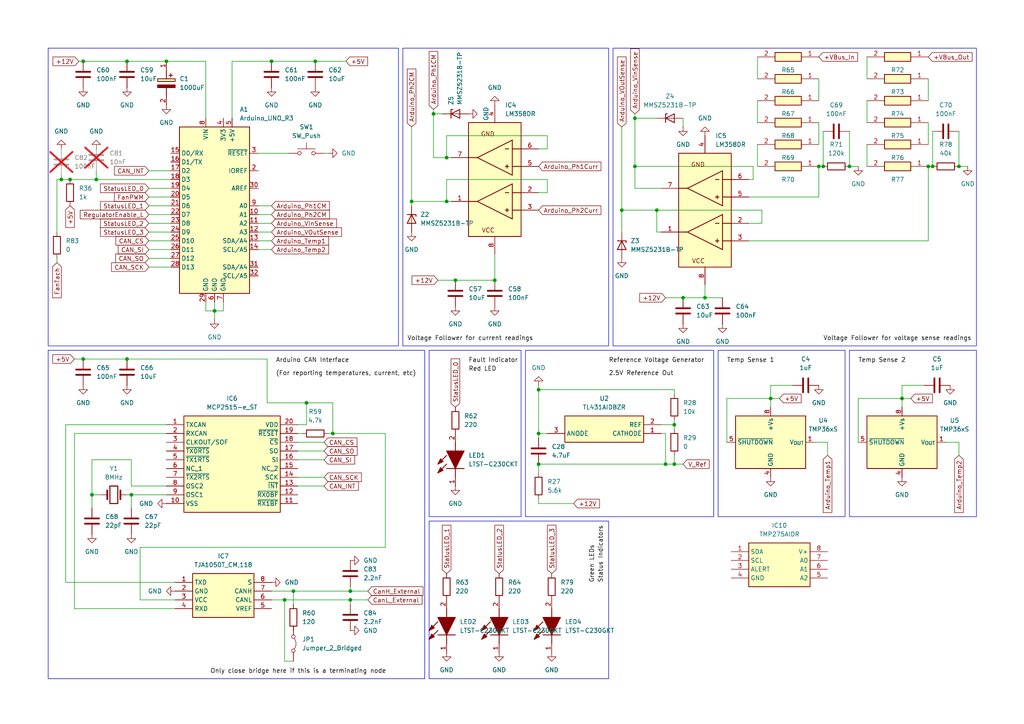
<source format=kicad_sch>
(kicad_sch (version 20250114) (generator "eeschema") (generator_version "9.0")
  (paper "A4")
  (title_block (title "5kw Modular Traction Inverter Boost Converter") (date "2025-02-02") (rev "1") (company "Rail Vehicle Traction Inverter") (comment 1 "UCSC") (comment 2 "Arduino and Signal"))
  (rectangle (start 246.38 101.6) (end 283.21 149.86))
  (rectangle (start 13.97 101.6) (end 123.19 196.85))
  (rectangle (start 13.97 13.97) (end 115.57 100.33))
  (rectangle (start 116.84 13.97) (end 176.53 100.33))
  (rectangle (start 124.46 151.13) (end 176.53 196.85))
  (rectangle (start 177.8 13.97) (end 283.21 100.33))
  (rectangle (start 152.4 101.6) (end 207.01 149.86))
  (rectangle (start 124.46 101.6) (end 151.13 149.86))
  (rectangle (start 208.28 101.6) (end 245.11 149.86))
  (junction (at 223.52 115.57))
  (junction (at 246.38 48.26))
  (junction (at 237.49 48.26))
  (junction (at 91.44 17.78))
  (junction (at 17.78 52.07))
  (junction (at 204.47 86.36))
  (junction (at 125.73 33.02))
  (junction (at 38.1 143.51))
  (junction (at 184.15 34.29))
  (junction (at 156.21 134.62))
  (junction (at 156.21 113.03))
  (junction (at 129.54 45.72))
  (junction (at 143.51 81.28))
  (junction (at 85.09 171.45))
  (junction (at 20.32 52.07))
  (junction (at 278.13 48.26))
  (junction (at 24.13 104.14))
  (junction (at 48.26 17.78))
  (junction (at 26.67 143.51))
  (junction (at 261.62 115.57))
  (junction (at 78.74 17.78))
  (junction (at 180.34 60.96))
  (junction (at 36.83 17.78))
  (junction (at 129.54 58.42))
  (junction (at 62.23 90.17))
  (junction (at 101.6 173.99))
  (junction (at 24.13 17.78))
  (junction (at 195.58 134.62))
  (junction (at 132.08 81.28))
  (junction (at 198.12 86.36))
  (junction (at 195.58 123.19))
  (junction (at 96.52 125.73))
  (junction (at 101.6 171.45))
  (junction (at 88.9 116.84))
  (junction (at 27.94 52.07))
  (junction (at 270.51 48.26))
  (junction (at 193.04 134.62))
  (junction (at 190.5 60.96))
  (junction (at 36.83 104.14))
  (junction (at 184.15 48.26))
  (junction (at 238.76 48.26))
  (junction (at 82.55 173.99))
  (junction (at 156.21 125.73))
  (junction (at 269.24 48.26))
  (junction (at 119.38 58.42))
  (wire (pts (xy 27.94 49.53) (xy 27.94 52.07)))
  (wire (pts (xy 269.24 48.26) (xy 270.51 48.26)))
  (wire (pts (xy 267.97 111.76) (xy 261.62 111.76)))
  (wire (pts (xy 26.67 143.51) (xy 26.67 147.32)))
  (wire (pts (xy 48.26 140.97) (xy 38.1 140.97)))
  (wire (pts (xy 27.94 43.18) (xy 27.94 41.91)))
  (wire (pts (xy 74.93 44.45) (xy 83.82 44.45)))
  (wire (pts (xy 86.36 140.97) (xy 93.98 140.97)))
  (wire (pts (xy 195.58 134.62) (xy 198.12 134.62)))
  (wire (pts (xy 17.78 50.8) (xy 17.78 52.07)))
  (wire (pts (xy 48.26 17.78) (xy 59.69 17.78)))
  (wire (pts (xy 219.71 35.56) (xy 219.71 29.21)))
  (wire (pts (xy 158.75 52.07) (xy 129.54 52.07)))
  (wire (pts (xy 40.64 173.99) (xy 50.8 173.99)))
  (wire (pts (xy 218.44 52.07) (xy 217.17 52.07)))
  (wire (pts (xy 101.6 170.18) (xy 101.6 171.45)))
  (wire (pts (xy 274.32 128.27) (xy 278.13 128.27)))
  (wire (pts (xy 38.1 147.32) (xy 38.1 143.51)))
  (wire (pts (xy 78.74 17.78) (xy 91.44 17.78)))
  (wire (pts (xy 24.13 17.78) (xy 36.83 17.78)))
  (wire (pts (xy 248.92 48.26) (xy 246.38 48.26)))
  (wire (pts (xy 240.03 128.27) (xy 240.03 132.08)))
  (wire (pts (xy 237.49 41.91) (xy 237.49 35.56)))
  (wire (pts (xy 129.54 58.42) (xy 130.81 58.42)))
  (wire (pts (xy 38.1 133.35) (xy 26.67 133.35)))
  (wire (pts (xy 38.1 143.51) (xy 48.26 143.51)))
  (wire (pts (xy 119.38 58.42) (xy 129.54 58.42)))
  (wire (pts (xy 237.49 29.21) (xy 237.49 22.86)))
  (wire (pts (xy 43.18 49.53) (xy 49.53 49.53)))
  (wire (pts (xy 264.16 115.57) (xy 261.62 115.57)))
  (wire (pts (xy 78.74 173.99) (xy 82.55 173.99)))
  (wire (pts (xy 43.18 64.77) (xy 49.53 64.77)))
  (wire (pts (xy 125.73 45.72) (xy 129.54 45.72)))
  (wire (pts (xy 64.77 87.63) (xy 64.77 90.17)))
  (wire (pts (xy 219.71 22.86) (xy 219.71 16.51)))
  (wire (pts (xy 74.93 64.77) (xy 78.74 64.77)))
  (wire (pts (xy 278.13 128.27) (xy 278.13 132.08)))
  (wire (pts (xy 40.64 158.75) (xy 40.64 173.99)))
  (wire (pts (xy 125.73 33.02) (xy 125.73 45.72)))
  (wire (pts (xy 143.51 81.28) (xy 143.51 73.66)))
  (wire (pts (xy 184.15 54.61) (xy 191.77 54.61)))
  (wire (pts (xy 43.18 69.85) (xy 49.53 69.85)))
  (wire (pts (xy 238.76 38.1) (xy 238.76 48.26)))
  (wire (pts (xy 74.93 69.85) (xy 78.74 69.85)))
  (wire (pts (xy 156.21 113.03) (xy 195.58 113.03)))
  (wire (pts (xy 220.98 60.96) (xy 190.5 60.96)))
  (wire (pts (xy 43.18 74.93) (xy 49.53 74.93)))
  (wire (pts (xy 119.38 36.83) (xy 119.38 58.42)))
  (wire (pts (xy 88.9 123.19) (xy 88.9 116.84)))
  (wire (pts (xy 16.51 76.2) (xy 16.51 74.93)))
  (wire (pts (xy 184.15 48.26) (xy 218.44 48.26)))
  (wire (pts (xy 85.09 171.45) (xy 101.6 171.45)))
  (wire (pts (xy 74.93 67.31) (xy 78.74 67.31)))
  (wire (pts (xy 43.18 54.61) (xy 49.53 54.61)))
  (wire (pts (xy 270.51 38.1) (xy 270.51 48.26)))
  (wire (pts (xy 198.12 86.36) (xy 204.47 86.36)))
  (wire (pts (xy 269.24 69.85) (xy 217.17 69.85)))
  (wire (pts (xy 19.05 168.91) (xy 19.05 123.19)))
  (wire (pts (xy 24.13 104.14) (xy 36.83 104.14)))
  (wire (pts (xy 193.04 125.73) (xy 193.04 134.62)))
  (wire (pts (xy 210.82 128.27) (xy 210.82 115.57)))
  (wire (pts (xy 78.74 171.45) (xy 85.09 171.45)))
  (wire (pts (xy 251.46 35.56) (xy 251.46 29.21)))
  (wire (pts (xy 26.67 133.35) (xy 26.67 143.51)))
  (wire (pts (xy 191.77 125.73) (xy 193.04 125.73)))
  (wire (pts (xy 43.18 77.47) (xy 49.53 77.47)))
  (wire (pts (xy 129.54 39.37) (xy 129.54 45.72)))
  (wire (pts (xy 125.73 33.02) (xy 128.27 33.02)))
  (wire (pts (xy 184.15 48.26) (xy 184.15 54.61)))
  (wire (pts (xy 111.76 158.75) (xy 40.64 158.75)))
  (wire (pts (xy 27.94 52.07) (xy 49.53 52.07)))
  (wire (pts (xy 101.6 173.99) (xy 101.6 175.26)))
  (wire (pts (xy 158.75 43.18) (xy 158.75 39.37)))
  (wire (pts (xy 77.47 116.84) (xy 77.47 104.14)))
  (wire (pts (xy 59.69 17.78) (xy 59.69 34.29)))
  (wire (pts (xy 210.82 115.57) (xy 223.52 115.57)))
  (wire (pts (xy 278.13 38.1) (xy 278.13 48.26)))
  (wire (pts (xy 101.6 171.45) (xy 106.68 171.45)))
  (wire (pts (xy 261.62 111.76) (xy 261.62 115.57)))
  (wire (pts (xy 74.93 62.23) (xy 78.74 62.23)))
  (wire (pts (xy 156.21 113.03) (xy 156.21 125.73)))
  (wire (pts (xy 16.51 52.07) (xy 17.78 52.07)))
  (wire (pts (xy 59.69 90.17) (xy 62.23 90.17)))
  (wire (pts (xy 77.47 116.84) (xy 88.9 116.84)))
  (wire (pts (xy 82.55 173.99) (xy 82.55 191.77)))
  (wire (pts (xy 246.38 38.1) (xy 246.38 48.26)))
  (wire (pts (xy 86.36 123.19) (xy 88.9 123.19)))
  (wire (pts (xy 180.34 67.31) (xy 180.34 60.96)))
  (wire (pts (xy 62.23 90.17) (xy 62.23 92.71)))
  (wire (pts (xy 184.15 34.29) (xy 184.15 48.26)))
  (wire (pts (xy 86.36 128.27) (xy 93.98 128.27)))
  (wire (pts (xy 190.5 60.96) (xy 190.5 67.31)))
  (wire (pts (xy 156.21 55.88) (xy 158.75 55.88)))
  (wire (pts (xy 184.15 34.29) (xy 190.5 34.29)))
  (wire (pts (xy 261.62 115.57) (xy 261.62 118.11)))
  (wire (pts (xy 193.04 86.36) (xy 198.12 86.36)))
  (wire (pts (xy 195.58 123.19) (xy 195.58 124.46)))
  (wire (pts (xy 59.69 87.63) (xy 59.69 90.17)))
  (wire (pts (xy 95.25 44.45) (xy 93.98 44.45)))
  (wire (pts (xy 85.09 191.77) (xy 82.55 191.77)))
  (wire (pts (xy 195.58 114.3) (xy 195.58 113.03)))
  (wire (pts (xy 82.55 173.99) (xy 101.6 173.99)))
  (wire (pts (xy 43.18 72.39) (xy 49.53 72.39)))
  (wire (pts (xy 43.18 67.31) (xy 49.53 67.31)))
  (wire (pts (xy 64.77 90.17) (xy 62.23 90.17)))
  (wire (pts (xy 156.21 43.18) (xy 158.75 43.18)))
  (wire (pts (xy 95.25 125.73) (xy 96.52 125.73)))
  (wire (pts (xy 220.98 64.77) (xy 220.98 60.96)))
  (wire (pts (xy 119.38 59.69) (xy 119.38 58.42)))
  (wire (pts (xy 85.09 171.45) (xy 85.09 175.26)))
  (wire (pts (xy 43.18 57.15) (xy 49.53 57.15)))
  (wire (pts (xy 19.05 123.19) (xy 48.26 123.19)))
  (wire (pts (xy 21.59 125.73) (xy 48.26 125.73)))
  (wire (pts (xy 125.73 31.75) (xy 125.73 33.02)))
  (wire (pts (xy 67.31 34.29) (xy 67.31 17.78)))
  (wire (pts (xy 156.21 125.73) (xy 156.21 127)))
  (wire (pts (xy 204.47 82.55) (xy 204.47 86.36)))
  (wire (pts (xy 269.24 29.21) (xy 269.24 22.86)))
  (wire (pts (xy 156.21 134.62) (xy 156.21 137.16)))
  (wire (pts (xy 111.76 125.73) (xy 111.76 158.75)))
  (wire (pts (xy 96.52 125.73) (xy 96.52 116.84)))
  (wire (pts (xy 217.17 57.15) (xy 237.49 57.15)))
  (wire (pts (xy 20.32 52.07) (xy 27.94 52.07)))
  (wire (pts (xy 251.46 48.26) (xy 251.46 41.91)))
  (wire (pts (xy 195.58 121.92) (xy 195.58 123.19)))
  (wire (pts (xy 67.31 17.78) (xy 78.74 17.78)))
  (wire (pts (xy 269.24 41.91) (xy 269.24 35.56)))
  (wire (pts (xy 21.59 176.53) (xy 50.8 176.53)))
  (wire (pts (xy 86.36 138.43) (xy 93.98 138.43)))
  (wire (pts (xy 101.6 173.99) (xy 106.68 173.99)))
  (wire (pts (xy 217.17 64.77) (xy 220.98 64.77)))
  (wire (pts (xy 184.15 33.02) (xy 184.15 34.29)))
  (wire (pts (xy 219.71 48.26) (xy 219.71 41.91)))
  (wire (pts (xy 223.52 111.76) (xy 223.52 115.57)))
  (wire (pts (xy 22.86 17.78) (xy 24.13 17.78)))
  (wire (pts (xy 191.77 123.19) (xy 195.58 123.19)))
  (wire (pts (xy 180.34 60.96) (xy 190.5 60.96)))
  (wire (pts (xy 209.55 86.36) (xy 204.47 86.36)))
  (wire (pts (xy 127 81.28) (xy 132.08 81.28)))
  (wire (pts (xy 91.44 17.78) (xy 100.33 17.78)))
  (wire (pts (xy 111.76 125.73) (xy 96.52 125.73)))
  (wire (pts (xy 16.51 67.31) (xy 16.51 52.07)))
  (wire (pts (xy 269.24 48.26) (xy 269.24 69.85)))
  (wire (pts (xy 21.59 125.73) (xy 21.59 176.53)))
  (wire (pts (xy 17.78 52.07) (xy 20.32 52.07)))
  (wire (pts (xy 74.93 59.69) (xy 78.74 59.69)))
  (wire (pts (xy 158.75 55.88) (xy 158.75 52.07)))
  (wire (pts (xy 229.87 111.76) (xy 223.52 111.76)))
  (wire (pts (xy 38.1 140.97) (xy 38.1 133.35)))
  (wire (pts (xy 158.75 39.37) (xy 129.54 39.37)))
  (wire (pts (xy 195.58 132.08) (xy 195.58 134.62)))
  (wire (pts (xy 198.12 34.29) (xy 198.12 36.83)))
  (wire (pts (xy 96.52 116.84) (xy 88.9 116.84)))
  (wire (pts (xy 26.67 143.51) (xy 29.21 143.51)))
  (wire (pts (xy 43.18 62.23) (xy 49.53 62.23)))
  (wire (pts (xy 86.36 125.73) (xy 87.63 125.73)))
  (wire (pts (xy 77.47 104.14) (xy 36.83 104.14)))
  (wire (pts (xy 74.93 72.39) (xy 78.74 72.39)))
  (wire (pts (xy 156.21 146.05) (xy 166.37 146.05)))
  (wire (pts (xy 248.92 128.27) (xy 248.92 115.57)))
  (wire (pts (xy 223.52 115.57) (xy 223.52 118.11)))
  (wire (pts (xy 251.46 22.86) (xy 251.46 16.51)))
  (wire (pts (xy 129.54 45.72) (xy 130.81 45.72)))
  (wire (pts (xy 36.83 143.51) (xy 38.1 143.51)))
  (wire (pts (xy 248.92 115.57) (xy 261.62 115.57)))
  (wire (pts (xy 156.21 144.78) (xy 156.21 146.05)))
  (wire (pts (xy 237.49 48.26) (xy 237.49 57.15)))
  (wire (pts (xy 86.36 130.81) (xy 93.98 130.81)))
  (wire (pts (xy 190.5 67.31) (xy 191.77 67.31)))
  (wire (pts (xy 62.23 87.63) (xy 62.23 90.17)))
  (wire (pts (xy 36.83 17.78) (xy 48.26 17.78)))
  (wire (pts (xy 156.21 111.76) (xy 156.21 113.03)))
  (wire (pts (xy 132.08 81.28) (xy 143.51 81.28)))
  (wire (pts (xy 218.44 52.07) (xy 218.44 48.26)))
  (wire (pts (xy 280.67 48.26) (xy 278.13 48.26)))
  (wire (pts (xy 50.8 168.91) (xy 19.05 168.91)))
  (wire (pts (xy 86.36 133.35) (xy 93.98 133.35)))
  (wire (pts (xy 43.18 59.69) (xy 49.53 59.69)))
  (wire (pts (xy 237.49 48.26) (xy 238.76 48.26)))
  (wire (pts (xy 226.06 115.57) (xy 223.52 115.57)))
  (wire (pts (xy 129.54 52.07) (xy 129.54 58.42)))
  (wire (pts (xy 193.04 134.62) (xy 195.58 134.62)))
  (wire (pts (xy 156.21 125.73) (xy 158.75 125.73)))
  (wire (pts (xy 180.34 36.83) (xy 180.34 60.96)))
  (wire (pts (xy 236.22 128.27) (xy 240.03 128.27)))
  (wire (pts (xy 21.59 104.14) (xy 24.13 104.14)))
  (wire (pts (xy 85.09 182.88) (xy 85.09 181.61)))
  (wire (pts (xy 156.21 134.62) (xy 193.04 134.62)))
  (label "Temp Sense 2" (at 248.92 105.41 0))
  (label "(For reporting temperatures, current, etc)" (at 80.01 109.22 0))
  (label "Fault Indicator" (at 135.89 105.41 0))
  (label "Reference Voltage Generator" (at 176.53 105.41 0))
  (label "Only close bridge here if this is a terminating node" (at 60.96 195.58 0))
  (label "Voltage Follower for current readings" (at 118.11 99.06 0))
  (label "Status Indicators" (at 175.26 168.91 90))
  (label "Temp Sense 1" (at 210.82 105.41 0))
  (label "Red LED" (at 135.89 107.95 0))
  (label "Green LEDs" (at 172.72 168.91 90))
  (label "2.5V Reference Out" (at 176.53 109.22 0))
  (label "Arduino CAN Interface" (at 80.01 105.41 0))
  (label "Voltage Follower for voltage sense readings" (at 238.76 99.06 0))
  (global_label "Arduino_Ph2CM" (shape input) (at 78.74 62.23 0) (property "Intersheetrefs" "${INTERSHEET_REFS}" (effects (hide yes))))
  (global_label "StatusLED_1" (shape input) (at 129.54 166.37 90) (property "Intersheetrefs" "${INTERSHEET_REFS}" (effects (hide yes))))
  (global_label "CAN_INT" (shape input) (at 43.18 49.53 180) (property "Intersheetrefs" "${INTERSHEET_REFS}" (effects (hide yes))))
  (global_label "StatusLED_2" (shape input) (at 144.78 166.37 90) (property "Intersheetrefs" "${INTERSHEET_REFS}" (effects (hide yes))))
  (global_label "FanTach" (shape input) (at 16.51 76.2 270) (property "Intersheetrefs" "${INTERSHEET_REFS}" (effects (hide yes))))
  (global_label "Arduino_VOutSense" (shape input) (at 180.34 36.83 90) (property "Intersheetrefs" "${INTERSHEET_REFS}" (effects (hide yes))))
  (global_label "CAN_SCK" (shape input) (at 43.18 77.47 180) (property "Intersheetrefs" "${INTERSHEET_REFS}" (effects (hide yes))))
  (global_label "Arduino_Ph1CM" (shape input) (at 78.74 59.69 0) (property "Intersheetrefs" "${INTERSHEET_REFS}" (effects (hide yes))))
  (global_label "StatusLED_0" (shape input) (at 43.18 54.61 180) (property "Intersheetrefs" "${INTERSHEET_REFS}" (effects (hide yes))))
  (global_label "+5V" (shape input) (at 100.33 17.78 0) (property "Intersheetrefs" "${INTERSHEET_REFS}" (effects (hide yes))))
  (global_label "V_Ref" (shape input) (at 198.12 134.62 0) (property "Intersheetrefs" "${INTERSHEET_REFS}" (effects (hide yes))))
  (global_label "StatusLED_0" (shape input) (at 132.08 118.11 90) (property "Intersheetrefs" "${INTERSHEET_REFS}" (effects (hide yes))))
  (global_label "CanH_External" (shape input) (at 106.68 171.45 0) (property "Intersheetrefs" "${INTERSHEET_REFS}" (effects (hide yes))))
  (global_label "Arduino_Ph2Curr" (shape input) (at 156.21 60.96 0) (property "Intersheetrefs" "${INTERSHEET_REFS}" (effects (hide yes))))
  (global_label "+12V" (shape input) (at 22.86 17.78 180) (property "Intersheetrefs" "${INTERSHEET_REFS}" (effects (hide yes))))
  (global_label "Arduino_Temp1" (shape input) (at 240.03 132.08 270) (property "Intersheetrefs" "${INTERSHEET_REFS}" (effects (hide yes))))
  (global_label "+VBus_In" (shape input) (at 237.49 16.51 0) (property "Intersheetrefs" "${INTERSHEET_REFS}" (effects (hide yes))))
  (global_label "Arduino_VinSense" (shape input) (at 78.74 64.77 0) (property "Intersheetrefs" "${INTERSHEET_REFS}" (effects (hide yes))))
  (global_label "CAN_SO" (shape input) (at 93.98 130.81 0) (property "Intersheetrefs" "${INTERSHEET_REFS}" (effects (hide yes))))
  (global_label "CAN_SO" (shape input) (at 43.18 74.93 180) (property "Intersheetrefs" "${INTERSHEET_REFS}" (effects (hide yes))))
  (global_label "Arduino_Temp1" (shape input) (at 78.74 69.85 0) (property "Intersheetrefs" "${INTERSHEET_REFS}" (effects (hide yes))))
  (global_label "StatusLED_3" (shape input) (at 43.18 67.31 180) (property "Intersheetrefs" "${INTERSHEET_REFS}" (effects (hide yes))))
  (global_label "Arduino_VinSense" (shape input) (at 184.15 33.02 90) (property "Intersheetrefs" "${INTERSHEET_REFS}" (effects (hide yes))))
  (global_label "+5V" (shape input) (at 20.32 59.69 270) (property "Intersheetrefs" "${INTERSHEET_REFS}" (effects (hide yes))))
  (global_label "Arduino_Ph1Curr" (shape input) (at 156.21 48.26 0) (property "Intersheetrefs" "${INTERSHEET_REFS}" (effects (hide yes))))
  (global_label "CAN_SCK" (shape input) (at 93.98 138.43 0) (property "Intersheetrefs" "${INTERSHEET_REFS}" (effects (hide yes))))
  (global_label "StatusLED_2" (shape input) (at 43.18 64.77 180) (property "Intersheetrefs" "${INTERSHEET_REFS}" (effects (hide yes))))
  (global_label "Arduino_VOutSense" (shape input) (at 78.74 67.31 0) (property "Intersheetrefs" "${INTERSHEET_REFS}" (effects (hide yes))))
  (global_label "+12V" (shape input) (at 127 81.28 180) (property "Intersheetrefs" "${INTERSHEET_REFS}" (effects (hide yes))))
  (global_label "StatusLED_1" (shape input) (at 43.18 59.69 180) (property "Intersheetrefs" "${INTERSHEET_REFS}" (effects (hide yes))))
  (global_label "+12V" (shape input) (at 193.04 86.36 180) (property "Intersheetrefs" "${INTERSHEET_REFS}" (effects (hide yes))))
  (global_label "+12V" (shape input) (at 166.37 146.05 0) (property "Intersheetrefs" "${INTERSHEET_REFS}" (effects (hide yes))))
  (global_label "CAN_CS" (shape input) (at 93.98 128.27 0) (property "Intersheetrefs" "${INTERSHEET_REFS}" (effects (hide yes))))
  (global_label "FanPWM" (shape input) (at 43.18 57.15 180) (property "Intersheetrefs" "${INTERSHEET_REFS}" (effects (hide yes))))
  (global_label "Arduino_Ph1CM" (shape input) (at 125.73 31.75 90) (property "Intersheetrefs" "${INTERSHEET_REFS}" (effects (hide yes))))
  (global_label "CanL_External" (shape input) (at 106.68 173.99 0) (property "Intersheetrefs" "${INTERSHEET_REFS}" (effects (hide yes))))
  (global_label "RegulatorEnable_L" (shape input) (at 43.18 62.23 180) (property "Intersheetrefs" "${INTERSHEET_REFS}" (effects (hide yes))))
  (global_label "CAN_INT" (shape input) (at 93.98 140.97 0) (property "Intersheetrefs" "${INTERSHEET_REFS}" (effects (hide yes))))
  (global_label "+VBus_Out" (shape input) (at 269.24 16.51 0) (property "Intersheetrefs" "${INTERSHEET_REFS}" (effects (hide yes))))
  (global_label "+5V" (shape input) (at 21.59 104.14 180) (property "Intersheetrefs" "${INTERSHEET_REFS}" (effects (hide yes))))
  (global_label "Arduino_Temp2" (shape input) (at 78.74 72.39 0) (property "Intersheetrefs" "${INTERSHEET_REFS}" (effects (hide yes))))
  (global_label "StatusLED_3" (shape input) (at 160.02 166.37 90) (property "Intersheetrefs" "${INTERSHEET_REFS}" (effects (hide yes))))
  (global_label "+5V" (shape input) (at 264.16 115.57 0) (property "Intersheetrefs" "${INTERSHEET_REFS}" (effects (hide yes))))
  (global_label "CAN_CS" (shape input) (at 43.18 69.85 180) (property "Intersheetrefs" "${INTERSHEET_REFS}" (effects (hide yes))))
  (global_label "CAN_SI" (shape input) (at 93.98 133.35 0) (property "Intersheetrefs" "${INTERSHEET_REFS}" (effects (hide yes))))
  (global_label "Arduino_Temp2" (shape input) (at 278.13 132.08 270) (property "Intersheetrefs" "${INTERSHEET_REFS}" (effects (hide yes))))
  (global_label "CAN_SI" (shape input) (at 43.18 72.39 180) (property "Intersheetrefs" "${INTERSHEET_REFS}" (effects (hide yes))))
  (global_label "Arduino_Ph2CM" (shape input) (at 119.38 36.83 90) (property "Intersheetrefs" "${INTERSHEET_REFS}" (effects (hide yes))))
  (global_label "+5V" (shape input) (at 226.06 115.57 0) (property "Intersheetrefs" "${INTERSHEET_REFS}" (effects (hide yes))))
  (symbol (lib_id "power:GND") (at 38.1 154.94 0) (unit 1)
    (property "Reference" "#PWR083" (effects (hide yes)))
    (property "Value" "GND" (at 38.1 160.02 0))
    (property "Description" "Power symbol creates a global label with name \"GND\" , ground" (effects (hide yes)))
  )
  (symbol (lib_id "Jumper:Jumper_2_Bridged") (at 85.09 186.69 270) (unit 1) (exclude_from_sim yes)
    (property "Reference" "JP1" (at 87.63 185.4199 90) (effects (justify left)))
    (property "Value" "Jumper_2_Bridged" (at 87.63 187.9599 90) (effects (justify left)))
    (property "Footprint" "Jumper:SolderJumper-3_P2.0mm_Open_TrianglePad1.0x1.5mm_NumberLabels" (effects (hide yes)))
    (property "Description" "Jumper, 2-pole, closed/bridged" (effects (hide yes)))
  )
  (symbol (lib_id "power:GND") (at 143.51 88.9 0) (unit 1)
    (property "Reference" "#PWR062" (effects (hide yes)))
    (property "Value" "GND" (at 143.51 93.98 0))
    (property "Description" "Power symbol creates a global label with name \"GND\" , ground" (effects (hide yes)))
  )
  (symbol (lib_id "Device:R") (at 195.58 128.27 0) (unit 1)
    (property "Reference" "R29" (at 198.12 126.9999 0) (effects (justify left)))
    (property "Value" "0" (at 198.12 129.5399 0) (effects (justify left)))
    (property "Footprint" "Resistor_SMD:R_1210_3225Metric_Pad1.30x2.65mm_HandSolder" (effects (hide yes)))
    (property "Description" "Resistor" (effects (hide yes)))
  )
  (symbol (lib_id "Device:Crystal") (at 33.02 143.51 0) (unit 1)
    (property "Reference" "Y1" (at 33.02 135.89 0))
    (property "Value" "8MHz" (at 33.02 138.43 0))
    (property "Footprint" "Crystal:Crystal_SMD_7050-2Pin_7.0x5.0mm_HandSoldering" (effects (hide yes)))
    (property "Description" "Two pin crystal" (effects (hide yes)))
  )
  (symbol (lib_id "power:GND") (at 62.23 92.71 0) (unit 1)
    (property "Reference" "#PWR06" (effects (hide yes)))
    (property "Value" "GND" (at 62.23 97.79 0))
    (property "Description" "Power symbol creates a global label with name \"GND\" , ground" (effects (hide yes)))
  )
  (symbol (lib_id "Device:R") (at 85.09 179.07 180) (unit 1)
    (property "Reference" "R60" (at 87.63 177.7999 0) (effects (justify right)))
    (property "Value" "120" (at 87.63 180.3399 0) (effects (justify right)))
    (property "Footprint" "Resistor_SMD:R_1210_3225Metric_Pad1.30x2.65mm_HandSolder" (effects (hide yes)))
    (property "Description" "Resistor" (effects (hide yes)))
  )
  (symbol (lib_id "power:GND") (at 275.59 111.76 0) (unit 1)
    (property "Reference" "#PWR014" (effects (hide yes)))
    (property "Value" "GND" (at 275.59 116.84 0))
    (property "Description" "Power symbol creates a global label with name \"GND\" , ground" (effects (hide yes)))
  )
  (symbol (lib_id "Device:D_Zener") (at 132.08 33.02 0) (unit 1)
    (property "Reference" "Z5" (at 130.8099 30.48 90) (effects (justify left)))
    (property "Value" "MMSZ5231B-TP" (at 133.3499 30.48 90) (effects (justify left)))
    (property "Footprint" "InverterCom:SOD3716X135N" (effects (hide yes)))
    (property "Description" "Zener diode" (effects (hide yes)))
    (property "Height" "1.35" (effects (hide yes)))
    (property "Mouser Part Number" "833-MMSZ5231B-TP" (effects (hide yes)))
    (property "Mouser Price/Stock" "https://www.mouser.co.uk/ProductDetail/Micro-Commercial-Components-MCC/MMSZ5231B-TP?qs=ZNK0BnemlqEexvzDQxpNYA%3D%3D" (effects (hide yes)))
    (property "Manufacturer_Name" "MCC" (effects (hide yes)))
    (property "Manufacturer_Part_Number" "MMSZ5231B-TP" (effects (hide yes)))
  )
  (symbol (lib_id "power:GND") (at 261.62 138.43 0) (unit 1)
    (property "Reference" "#PWR074" (effects (hide yes)))
    (property "Value" "GND" (at 261.62 143.51 0))
    (property "Description" "Power symbol creates a global label with name \"GND\" , ground" (effects (hide yes)))
  )
  (symbol (lib_id "Device:C") (at 156.21 130.81 0) (unit 1)
    (property "Reference" "C28" (at 160.02 129.5399 0) (effects (justify left)))
    (property "Value" "4.7uF" (at 160.02 132.0799 0) (effects (justify left)))
    (property "Footprint" "Capacitor_SMD:C_1210_3225Metric_Pad1.33x2.70mm_HandSolder" (effects (hide yes)))
    (property "Description" "Unpolarized capacitor" (effects (hide yes)))
  )
  (symbol (lib_id "MCU_Module:Arduino_UNO_R3") (at 62.23 59.69 0) (unit 1)
    (property "Reference" "A1" (at 69.5041 31.75 0) (effects (justify left)))
    (property "Value" "Arduino_UNO_R3" (at 69.5041 34.29 0) (effects (justify left)))
    (property "Footprint" "InverterCom:Arduino_UNO_R3_ModifiedCourtyard" (effects (hide yes)))
    (property "Datasheet" "https://www.arduino.cc/en/Main/arduinoBoardUno" (effects (hide yes)))
    (property "Description" "Arduino UNO Microcontroller Module, release 3" (effects (hide yes)))
  )
  (symbol (lib_id "power:GND") (at 36.83 111.76 0) (unit 1)
    (property "Reference" "#PWR081" (effects (hide yes)))
    (property "Value" "GND" (at 36.83 116.84 0))
    (property "Description" "Power symbol creates a global label with name \"GND\" , ground" (effects (hide yes)))
  )
  (symbol (lib_id "Sensor_Temperature:TMP36xS") (at 261.62 128.27 0) (unit 1)
    (property "Reference" "U5" (at 276.86 121.9514 0))
    (property "Value" "TMP36xS" (at 276.86 124.4914 0))
    (property "Footprint" "Package_SO:SOIC-8_3.9x4.9mm_P1.27mm" (effects (hide yes)))
    (property "Datasheet" "https://www.analog.com/media/en/technical-documentation/data-sheets/TMP35_36_37.pdf" (effects (hide yes)))
    (property "Description" "Low Voltage Temperature Sensor, SOIC-8" (effects (hide yes)))
  )
  (symbol (lib_id "Device:C") (at 78.74 21.59 0) (unit 1)
    (property "Reference" "C61" (at 82.55 20.3199 0) (effects (justify left)))
    (property "Value" "100nF" (at 82.55 22.86 0) (effects (justify left)))
    (property "Footprint" "Capacitor_SMD:C_1210_3225Metric_Pad1.33x2.70mm_HandSolder" (effects (hide yes)))
    (property "Description" "Unpolarized capacitor" (effects (hide yes)))
  )
  (symbol (lib_id "power:GND") (at 119.38 67.31 0) (unit 1)
    (property "Reference" "#PWR089" (effects (hide yes)))
    (property "Value" "GND" (at 119.38 72.39 0))
    (property "Description" "Power symbol creates a global label with name \"GND\" , ground" (effects (hide yes)))
  )
  (symbol (lib_id "Device:C") (at 24.13 107.95 0) (unit 1)
    (property "Reference" "C65" (at 27.94 106.6799 0) (effects (justify left)))
    (property "Value" "100nF" (at 27.94 109.22 0) (effects (justify left)))
    (property "Footprint" "Capacitor_SMD:C_1210_3225Metric_Pad1.33x2.70mm_HandSolder" (effects (hide yes)))
    (property "Description" "Unpolarized capacitor" (effects (hide yes)))
  )
  (symbol (lib_id "Device:C") (at 132.08 85.09 0) (unit 1)
    (property "Reference" "C57" (at 135.89 83.8199 0) (effects (justify left)))
    (property "Value" "10uF" (at 135.89 86.3599 0) (effects (justify left)))
    (property "Footprint" "Capacitor_SMD:C_1210_3225Metric_Pad1.33x2.70mm_HandSolder" (effects (hide yes)))
    (property "Description" "Unpolarized capacitor" (effects (hide yes)))
  )
  (symbol (lib_id "power:GND") (at 135.89 33.02 90) (unit 1)
    (property "Reference" "#PWR090" (effects (hide yes)))
    (property "Value" "GND" (at 140.97 33.02 0))
    (property "Description" "Power symbol creates a global label with name \"GND\" , ground" (effects (hide yes)))
  )
  (symbol (lib_id "InverterCom:RC2512JK-071ML") (at 237.49 29.21 180) (unit 1)
    (property "Reference" "R67" (at 228.6 33.02 0))
    (property "Value" "RC2512JK-071ML" (effects (hide yes)))
    (property "Footprint" "InverterCom:RESC6431X65N" (effects (hide yes)))
    (property "Datasheet" "https://www.yageo.com/upload/media/product/products/datasheet/rchip/PYu-RC_Group_51_RoHS_L_12.pdf" (effects (hide yes)))
    (property "Description" "1 MOhms +/-5% 1W Chip Resistor 2512 (6432 Metric) Moisture Resistant Thick Film" (effects (hide yes)))
    (property "Height" "0.65" (effects (hide yes)))
    (property "Mouser Part Number" "603-RC2512JK-071ML" (effects (hide yes)))
    (property "Mouser Price/Stock" "https://www.mouser.co.uk/ProductDetail/YAGEO/RC2512JK-071ML?qs=Fz%2FrpjPuTcGzVNzRy4mnPw%3D%3D" (effects (hide yes)))
    (property "Manufacturer_Name" "YAGEO" (effects (hide yes)))
    (property "Manufacturer_Part_Number" "RC2512JK-071ML" (effects (hide yes)))
  )
  (symbol (lib_id "Device:R") (at 274.32 48.26 90) (unit 1)
    (property "Reference" "R78" (at 274.32 41.91 90))
    (property "Value" "40k" (at 274.32 44.45 90))
    (property "Footprint" "Resistor_SMD:R_1210_3225Metric_Pad1.30x2.65mm_HandSolder" (effects (hide yes)))
    (property "Description" "Resistor" (effects (hide yes)))
  )
  (symbol (lib_id "InverterCom:LM358DR") (at 217.17 69.85 180) (unit 1)
    (property "Reference" "IC5" (at 207.4865 39.37 0) (effects (justify right)))
    (property "Value" "LM358DR" (at 207.4865 41.91 0) (effects (justify right)))
    (property "Footprint" "InverterCom:SOIC127P600X175-8N" (effects (hide yes)))
    (property "Datasheet" "https://www.ti.com/lit/ds/symlink/lm358.pdf?ts=1593170624750&ref_url=https%253A%252F%252Fwww.ti.com%252Fstore%252Fti%252Fen%252Fp%252Fproduct%252F%253Fp%253DLM358DR%2526keyMatch%253DLM358DR%2526tisearch%253DSearch-EN-everything%2526usecase%253DOPN" (effects (hide yes)))
    (property "Description" "LM358DR, Operational Amplifier 0.7MHz 5 to 28V, 8-Pin SOIC" (effects (hide yes)))
    (property "Height" "1.75" (effects (hide yes)))
    (property "Mouser Part Number" "595-LM358DR" (effects (hide yes)))
    (property "Mouser Price/Stock" "https://www.mouser.co.uk/ProductDetail/Texas-Instruments/LM358DR?qs=Zu35EjizYSSY6pJ37yjmHA%3D%3D" (effects (hide yes)))
    (property "Manufacturer_Name" "Texas Instruments" (effects (hide yes)))
    (property "Manufacturer_Part_Number" "LM358DR" (effects (hide yes)))
  )
  (symbol (lib_id "Device:C") (at 17.78 46.99 0) (unit 1) (dnp yes)
    (property "Reference" "C82" (at 21.59 45.7199 0) (effects (justify left)))
    (property "Value" "100nF" (at 21.59 48.26 0) (effects (justify left)))
    (property "Footprint" "Capacitor_SMD:C_1210_3225Metric_Pad1.33x2.70mm_HandSolder" (effects (hide yes)))
    (property "Description" "Unpolarized capacitor" (effects (hide yes)))
  )
  (symbol (lib_id "power:GND") (at 237.49 111.76 0) (unit 1)
    (property "Reference" "#PWR013" (effects (hide yes)))
    (property "Value" "GND" (at 237.49 116.84 0))
    (property "Description" "Power symbol creates a global label with name \"GND\" , ground" (effects (hide yes)))
  )
  (symbol (lib_id "power:GND") (at 95.25 44.45 90) (unit 1)
    (property "Reference" "#PWR075" (effects (hide yes)))
    (property "Value" "GND" (at 99.06 44.4499 90) (effects (justify right)))
    (property "Description" "Power symbol creates a global label with name \"GND\" , ground" (effects (hide yes)))
  )
  (symbol (lib_id "power:GND") (at 198.12 93.98 0) (unit 1)
    (property "Reference" "#PWR068" (effects (hide yes)))
    (property "Value" "GND" (at 198.12 99.06 0))
    (property "Description" "Power symbol creates a global label with name \"GND\" , ground" (effects (hide yes)))
  )
  (symbol (lib_id "InverterCom:RC2512JK-071ML") (at 269.24 22.86 180) (unit 1)
    (property "Reference" "R73" (at 260.35 26.67 0))
    (property "Value" "RC2512JK-071ML" (effects (hide yes)))
    (property "Footprint" "InverterCom:RESC6431X65N" (effects (hide yes)))
    (property "Datasheet" "https://www.yageo.com/upload/media/product/products/datasheet/rchip/PYu-RC_Group_51_RoHS_L_12.pdf" (effects (hide yes)))
    (property "Description" "1 MOhms +/-5% 1W Chip Resistor 2512 (6432 Metric) Moisture Resistant Thick Film" (effects (hide yes)))
    (property "Height" "0.65" (effects (hide yes)))
    (property "Mouser Part Number" "603-RC2512JK-071ML" (effects (hide yes)))
    (property "Mouser Price/Stock" "https://www.mouser.co.uk/ProductDetail/YAGEO/RC2512JK-071ML?qs=Fz%2FrpjPuTcGzVNzRy4mnPw%3D%3D" (effects (hide yes)))
    (property "Manufacturer_Name" "YAGEO" (effects (hide yes)))
    (property "Manufacturer_Part_Number" "RC2512JK-071ML" (effects (hide yes)))
  )
  (symbol (lib_id "power:GND") (at 36.83 25.4 0) (unit 1)
    (property "Reference" "#PWR064" (effects (hide yes)))
    (property "Value" "GND" (at 36.83 30.48 0))
    (property "Description" "Power symbol creates a global label with name \"GND\" , ground" (effects (hide yes)))
  )
  (symbol (lib_id "power:GND") (at 160.02 189.23 0) (unit 1)
    (property "Reference" "#PWR094" (effects (hide yes)))
    (property "Value" "GND" (at 160.02 194.31 0))
    (property "Description" "Power symbol creates a global label with name \"GND\" , ground" (effects (hide yes)))
  )
  (symbol (lib_id "power:GND") (at 48.26 146.05 270) (unit 1)
    (property "Reference" "#PWR082" (effects (hide yes)))
    (property "Value" "GND" (at 44.45 146.0499 90) (effects (justify right)))
    (property "Description" "Power symbol creates a global label with name \"GND\" , ground" (effects (hide yes)))
  )
  (symbol (lib_id "Device:C") (at 101.6 166.37 0) (unit 1)
    (property "Reference" "C83" (at 105.41 165.0999 0) (effects (justify left)))
    (property "Value" "2.2nF" (at 105.41 167.64 0) (effects (justify left)))
    (property "Footprint" "Capacitor_SMD:C_1210_3225Metric_Pad1.33x2.70mm_HandSolder" (effects (hide yes)))
    (property "Description" "Unpolarized capacitor" (effects (hide yes)))
  )
  (symbol (lib_id "Device:C") (at 91.44 21.59 0) (unit 1)
    (property "Reference" "C62" (at 95.25 20.3199 0) (effects (justify left)))
    (property "Value" "10uF" (at 95.25 22.8599 0) (effects (justify left)))
    (property "Footprint" "Capacitor_SMD:C_1210_3225Metric_Pad1.33x2.70mm_HandSolder" (effects (hide yes)))
    (property "Description" "Unpolarized capacitor" (effects (hide yes)))
  )
  (symbol (lib_id "Device:C") (at 271.78 111.76 90) (unit 1)
    (property "Reference" "C5" (at 271.78 104.14 90))
    (property "Value" "1uF" (at 271.78 106.68 90))
    (property "Footprint" "Capacitor_SMD:C_1210_3225Metric_Pad1.33x2.70mm_HandSolder" (effects (hide yes)))
    (property "Description" "Unpolarized capacitor" (effects (hide yes)))
  )
  (symbol (lib_id "InverterCom:MCP2515-e_ST") (at 48.26 123.19 0) (unit 1)
    (property "Reference" "IC6" (at 67.31 115.57 0))
    (property "Value" "MCP2515-e_ST" (at 67.31 118.11 0))
    (property "Footprint" "InverterCom:SOP65P640X120-20N" (effects (hide yes)))
    (property "Datasheet" "https://datasheet.datasheetarchive.com/originals/distributors/SFDatasheet-4/sf-00090060.pdf" (effects (hide yes)))
    (property "Description" "CAN controller with SPI, 125 degC" (effects (hide yes)))
    (property "Height" "1.2" (effects (hide yes)))
    (property "Mouser Part Number" "579-MCP2515-E/ST" (effects (hide yes)))
    (property "Mouser Price/Stock" "https://www.mouser.co.uk/ProductDetail/Microchip-Technology/MCP2515-E-ST?qs=y1t9dHv1DsIvDWDHTyyG6w%3D%3D" (effects (hide yes)))
    (property "Manufacturer_Name" "Microchip" (effects (hide yes)))
    (property "Manufacturer_Part_Number" "MCP2515-e/ST" (effects (hide yes)))
  )
  (symbol (lib_id "Device:C") (at 209.55 90.17 0) (unit 1)
    (property "Reference" "C64" (at 213.36 88.8999 0) (effects (justify left)))
    (property "Value" "100nF" (at 213.36 91.4399 0) (effects (justify left)))
    (property "Footprint" "Capacitor_SMD:C_1210_3225Metric_Pad1.33x2.70mm_HandSolder" (effects (hide yes)))
    (property "Description" "Unpolarized capacitor" (effects (hide yes)))
  )
  (symbol (lib_id "Sensor_Temperature:TMP36xS") (at 223.52 128.27 0) (unit 1)
    (property "Reference" "U4" (at 238.76 121.9514 0))
    (property "Value" "TMP36xS" (at 238.76 124.4914 0))
    (property "Footprint" "Package_SO:SOIC-8_3.9x4.9mm_P1.27mm" (effects (hide yes)))
    (property "Datasheet" "https://www.analog.com/media/en/technical-documentation/data-sheets/TMP35_36_37.pdf" (effects (hide yes)))
    (property "Description" "Low Voltage Temperature Sensor, SOIC-8" (effects (hide yes)))
  )
  (symbol (lib_id "power:GND") (at 101.6 182.88 90) (unit 1)
    (property "Reference" "#PWR0113" (effects (hide yes)))
    (property "Value" "GND" (at 105.41 182.8799 90) (effects (justify right)))
    (property "Description" "Power symbol creates a global label with name \"GND\" , ground" (effects (hide yes)))
  )
  (symbol (lib_id "InverterCom:RC2512JK-071ML") (at 269.24 41.91 180) (unit 1)
    (property "Reference" "R76" (at 260.35 45.72 0))
    (property "Value" "RC2512JK-071ML" (effects (hide yes)))
    (property "Footprint" "InverterCom:RESC6431X65N" (effects (hide yes)))
    (property "Datasheet" "https://www.yageo.com/upload/media/product/products/datasheet/rchip/PYu-RC_Group_51_RoHS_L_12.pdf" (effects (hide yes)))
    (property "Description" "1 MOhms +/-5% 1W Chip Resistor 2512 (6432 Metric) Moisture Resistant Thick Film" (effects (hide yes)))
    (property "Height" "0.65" (effects (hide yes)))
    (property "Mouser Part Number" "603-RC2512JK-071ML" (effects (hide yes)))
    (property "Mouser Price/Stock" "https://www.mouser.co.uk/ProductDetail/YAGEO/RC2512JK-071ML?qs=Fz%2FrpjPuTcGzVNzRy4mnPw%3D%3D" (effects (hide yes)))
    (property "Manufacturer_Name" "YAGEO" (effects (hide yes)))
    (property "Manufacturer_Part_Number" "RC2512JK-071ML" (effects (hide yes)))
  )
  (symbol (lib_id "power:GND") (at 204.47 39.37 180) (unit 1)
    (property "Reference" "#PWR069" (effects (hide yes)))
    (property "Value" "GND" (at 204.47 34.29 0))
    (property "Description" "Power symbol creates a global label with name \"GND\" , ground" (effects (hide yes)))
  )
  (symbol (lib_id "power:GND") (at 144.78 189.23 0) (unit 1)
    (property "Reference" "#PWR093" (effects (hide yes)))
    (property "Value" "GND" (at 144.78 194.31 0))
    (property "Description" "Power symbol creates a global label with name \"GND\" , ground" (effects (hide yes)))
  )
  (symbol (lib_id "Device:C") (at 36.83 107.95 0) (unit 1)
    (property "Reference" "C66" (at 40.64 106.6799 0) (effects (justify left)))
    (property "Value" "10uF" (at 40.64 109.2199 0) (effects (justify left)))
    (property "Footprint" "Capacitor_SMD:C_1210_3225Metric_Pad1.33x2.70mm_HandSolder" (effects (hide yes)))
    (property "Description" "Unpolarized capacitor" (effects (hide yes)))
  )
  (symbol (lib_id "power:GND") (at 129.54 189.23 0) (unit 1)
    (property "Reference" "#PWR092" (effects (hide yes)))
    (property "Value" "GND" (at 129.54 194.31 0))
    (property "Description" "Power symbol creates a global label with name \"GND\" , ground" (effects (hide yes)))
  )
  (symbol (lib_id "InverterCom:RC2512JK-071ML") (at 237.49 22.86 180) (unit 1)
    (property "Reference" "R66" (at 228.6 26.67 0))
    (property "Value" "RC2512JK-071ML" (effects (hide yes)))
    (property "Footprint" "InverterCom:RESC6431X65N" (effects (hide yes)))
    (property "Datasheet" "https://www.yageo.com/upload/media/product/products/datasheet/rchip/PYu-RC_Group_51_RoHS_L_12.pdf" (effects (hide yes)))
    (property "Description" "1 MOhms +/-5% 1W Chip Resistor 2512 (6432 Metric) Moisture Resistant Thick Film" (effects (hide yes)))
    (property "Height" "0.65" (effects (hide yes)))
    (property "Mouser Part Number" "603-RC2512JK-071ML" (effects (hide yes)))
    (property "Mouser Price/Stock" "https://www.mouser.co.uk/ProductDetail/YAGEO/RC2512JK-071ML?qs=Fz%2FrpjPuTcGzVNzRy4mnPw%3D%3D" (effects (hide yes)))
    (property "Manufacturer_Name" "YAGEO" (effects (hide yes)))
    (property "Manufacturer_Part_Number" "RC2512JK-071ML" (effects (hide yes)))
  )
  (symbol (lib_id "InverterCom:LTST-C230CKT") (at 132.08 140.97 90) (unit 1)
    (property "Reference" "LED1" (at 135.89 132.0799 90) (effects (justify right)))
    (property "Value" "LTST-C230CKT" (at 135.89 134.6199 90) (effects (justify right)))
    (property "Footprint" "InverterCom:LEDC3216X120N" (effects (hide yes)))
    (property "Description" "Standard LEDs - SMD Red Clear 638nm" (effects (hide yes)))
    (property "Height" "1.2" (effects (hide yes)))
    (property "Mouser Part Number" "859-LTST-C230CKT" (effects (hide yes)))
    (property "Mouser Price/Stock" "https://www.mouser.co.uk/ProductDetail/Lite-On/LTST-C230CKT?qs=Ajas4iFhtucdJAOTHdHdqw%3D%3D" (effects (hide yes)))
    (property "Manufacturer_Name" "Lite-On" (effects (hide yes)))
    (property "Manufacturer_Part_Number" "LTST-C230CKT" (effects (hide yes)))
  )
  (symbol (lib_id "Device:R") (at 20.32 55.88 180) (unit 1)
    (property "Reference" "R36" (at 22.86 54.6099 0) (effects (justify right)))
    (property "Value" "1k" (at 22.86 57.1499 0) (effects (justify right)))
    (property "Footprint" "Resistor_SMD:R_1210_3225Metric_Pad1.30x2.65mm_HandSolder" (effects (hide yes)))
    (property "Description" "Resistor" (effects (hide yes)))
  )
  (symbol (lib_id "Device:C") (at 24.13 21.59 0) (unit 1)
    (property "Reference" "C60" (at 27.94 20.3199 0) (effects (justify left)))
    (property "Value" "100nF" (at 27.94 22.86 0) (effects (justify left)))
    (property "Footprint" "Capacitor_SMD:C_1210_3225Metric_Pad1.33x2.70mm_HandSolder" (effects (hide yes)))
    (property "Description" "Unpolarized capacitor" (effects (hide yes)))
  )
  (symbol (lib_id "power:GND") (at 143.51 30.48 180) (unit 1)
    (property "Reference" "#PWR063" (effects (hide yes)))
    (property "Value" "GND" (at 143.51 25.4 0))
    (property "Description" "Power symbol creates a global label with name \"GND\" , ground" (effects (hide yes)))
  )
  (symbol (lib_id "power:GND") (at 78.74 168.91 90) (unit 1)
    (property "Reference" "#PWR085" (effects (hide yes)))
    (property "Value" "GND" (at 82.55 168.9099 90) (effects (justify right)))
    (property "Description" "Power symbol creates a global label with name \"GND\" , ground" (effects (hide yes)))
  )
  (symbol (lib_id "Device:R") (at 129.54 170.18 0) (unit 1)
    (property "Reference" "R63" (at 132.08 168.9099 0) (effects (justify left)))
    (property "Value" "220" (at 132.08 171.4499 0) (effects (justify left)))
    (property "Footprint" "Resistor_SMD:R_1210_3225Metric_Pad1.30x2.65mm_HandSolder" (effects (hide yes)))
    (property "Description" "Resistor" (effects (hide yes)))
  )
  (symbol (lib_id "power:GND") (at 101.6 162.56 90) (unit 1)
    (property "Reference" "#PWR0114" (effects (hide yes)))
    (property "Value" "GND" (at 105.41 162.5599 90) (effects (justify right)))
    (property "Description" "Power symbol creates a global label with name \"GND\" , ground" (effects (hide yes)))
  )
  (symbol (lib_id "Device:C") (at 38.1 151.13 0) (unit 1)
    (property "Reference" "C67" (at 41.91 149.8599 0) (effects (justify left)))
    (property "Value" "22pF" (at 41.91 152.3999 0) (effects (justify left)))
    (property "Footprint" "Capacitor_SMD:C_1210_3225Metric_Pad1.33x2.70mm_HandSolder" (effects (hide yes)))
    (property "Description" "Unpolarized capacitor" (effects (hide yes)))
  )
  (symbol (lib_id "power:GND") (at 24.13 111.76 0) (unit 1)
    (property "Reference" "#PWR080" (effects (hide yes)))
    (property "Value" "GND" (at 24.13 116.84 0))
    (property "Description" "Power symbol creates a global label with name \"GND\" , ground" (effects (hide yes)))
  )
  (symbol (lib_id "Device:R") (at 132.08 121.92 0) (unit 1)
    (property "Reference" "R62" (at 134.62 120.6499 0) (effects (justify left)))
    (property "Value" "220" (at 134.62 123.1899 0) (effects (justify left)))
    (property "Footprint" "Resistor_SMD:R_1210_3225Metric_Pad1.30x2.65mm_HandSolder" (effects (hide yes)))
    (property "Description" "Resistor" (effects (hide yes)))
  )
  (symbol (lib_id "power:GND") (at 27.94 43.18 180) (unit 1)
    (property "Reference" "#PWR0111" (effects (hide yes)))
    (property "Value" "GND" (at 27.94 38.1 0))
    (property "Description" "Power symbol creates a global label with name \"GND\" , ground" (effects (hide yes)))
  )
  (symbol (lib_id "power:GND") (at 248.92 48.26 0) (unit 1)
    (property "Reference" "#PWR071" (effects (hide yes)))
    (property "Value" "GND" (at 248.92 53.34 0))
    (property "Description" "Power symbol creates a global label with name \"GND\" , ground" (effects (hide yes)))
  )
  (symbol (lib_id "InverterCom:LTST-C230GKT") (at 144.78 189.23 90) (unit 1)
    (property "Reference" "LED3" (at 148.59 180.3399 90) (effects (justify right)))
    (property "Value" "LTST-C230GKT" (at 148.59 182.8799 90) (effects (justify right)))
    (property "Footprint" "InverterCom:LEDC3216X120N" (effects (hide yes)))
    (property "Description" "Lite-On LTST-C230GKT Green LED, 569 nm, 3016 (1206), Rectangle Lens SMD Package" (effects (hide yes)))
    (property "Height" "1.2" (effects (hide yes)))
    (property "Mouser Part Number" "859-LTST-C230GKT" (effects (hide yes)))
    (property "Mouser Price/Stock" "https://www.mouser.co.uk/ProductDetail/Lite-On/LTST-C230GKT?qs=7ZnIBiPc9DrbEstVFO1DAg%3D%3D" (effects (hide yes)))
    (property "Manufacturer_Name" "Lite-On" (effects (hide yes)))
    (property "Manufacturer_Part_Number" "LTST-C230GKT" (effects (hide yes)))
  )
  (symbol (lib_id "Device:C") (at 198.12 90.17 0) (unit 1)
    (property "Reference" "C63" (at 201.93 88.8999 0) (effects (justify left)))
    (property "Value" "10uF" (at 201.93 91.4399 0) (effects (justify left)))
    (property "Footprint" "Capacitor_SMD:C_1210_3225Metric_Pad1.33x2.70mm_HandSolder" (effects (hide yes)))
    (property "Description" "Unpolarized capacitor" (effects (hide yes)))
  )
  (symbol (lib_id "InverterCom:LTST-C230GKT") (at 160.02 189.23 90) (unit 1)
    (property "Reference" "LED4" (at 163.83 180.3399 90) (effects (justify right)))
    (property "Value" "LTST-C230GKT" (at 163.83 182.8799 90) (effects (justify right)))
    (property "Footprint" "InverterCom:LEDC3216X120N" (effects (hide yes)))
    (property "Description" "Lite-On LTST-C230GKT Green LED, 569 nm, 3016 (1206), Rectangle Lens SMD Package" (effects (hide yes)))
    (property "Height" "1.2" (effects (hide yes)))
    (property "Mouser Part Number" "859-LTST-C230GKT" (effects (hide yes)))
    (property "Mouser Price/Stock" "https://www.mouser.co.uk/ProductDetail/Lite-On/LTST-C230GKT?qs=7ZnIBiPc9DrbEstVFO1DAg%3D%3D" (effects (hide yes)))
    (property "Manufacturer_Name" "Lite-On" (effects (hide yes)))
    (property "Manufacturer_Part_Number" "LTST-C230GKT" (effects (hide yes)))
  )
  (symbol (lib_id "Device:C") (at 233.68 111.76 90) (unit 1)
    (property "Reference" "C4" (at 233.68 104.14 90))
    (property "Value" "1uF" (at 233.68 106.68 90))
    (property "Footprint" "Capacitor_SMD:C_1210_3225Metric_Pad1.33x2.70mm_HandSolder" (effects (hide yes)))
    (property "Description" "Unpolarized capacitor" (effects (hide yes)))
  )
  (symbol (lib_id "power:GND") (at 17.78 43.18 180) (unit 1)
    (property "Reference" "#PWR0112" (effects (hide yes)))
    (property "Value" "GND" (at 17.78 38.1 0))
    (property "Description" "Power symbol creates a global label with name \"GND\" , ground" (effects (hide yes)))
  )
  (symbol (lib_id "InverterCom:LTST-C230GKT") (at 129.54 189.23 90) (unit 1)
    (property "Reference" "LED2" (at 133.35 180.3399 90) (effects (justify right)))
    (property "Value" "LTST-C230GKT" (at 133.35 182.8799 90) (effects (justify right)))
    (property "Footprint" "InverterCom:LEDC3216X120N" (effects (hide yes)))
    (property "Description" "Lite-On LTST-C230GKT Green LED, 569 nm, 3016 (1206), Rectangle Lens SMD Package" (effects (hide yes)))
    (property "Height" "1.2" (effects (hide yes)))
    (property "Mouser Part Number" "859-LTST-C230GKT" (effects (hide yes)))
    (property "Mouser Price/Stock" "https://www.mouser.co.uk/ProductDetail/Lite-On/LTST-C230GKT?qs=7ZnIBiPc9DrbEstVFO1DAg%3D%3D" (effects (hide yes)))
    (property "Manufacturer_Name" "Lite-On" (effects (hide yes)))
    (property "Manufacturer_Part_Number" "LTST-C230GKT" (effects (hide yes)))
  )
  (symbol (lib_id "power:GND") (at 48.26 30.48 0) (unit 1)
    (property "Reference" "#PWR03" (effects (hide yes)))
    (property "Value" "GND" (at 48.26 35.56 0))
    (property "Description" "Power symbol creates a global label with name \"GND\" , ground" (effects (hide yes)))
  )
  (symbol (lib_id "Device:R") (at 195.58 118.11 0) (unit 1)
    (property "Reference" "R28" (at 198.12 116.8399 0) (effects (justify left)))
    (property "Value" "10k" (at 198.12 119.3799 0) (effects (justify left)))
    (property "Footprint" "Resistor_SMD:R_1210_3225Metric_Pad1.30x2.65mm_HandSolder" (effects (hide yes)))
    (property "Description" "Resistor" (effects (hide yes)))
  )
  (symbol (lib_id "power:GND") (at 180.34 74.93 0) (unit 1)
    (property "Reference" "#PWR087" (effects (hide yes)))
    (property "Value" "GND" (at 180.34 80.01 0))
    (property "Description" "Power symbol creates a global label with name \"GND\" , ground" (effects (hide yes)))
  )
  (symbol (lib_id "Device:R") (at 160.02 170.18 0) (unit 1)
    (property "Reference" "R79" (at 162.56 168.9099 0) (effects (justify left)))
    (property "Value" "220" (at 162.56 171.4499 0) (effects (justify left)))
    (property "Footprint" "Resistor_SMD:R_1210_3225Metric_Pad1.30x2.65mm_HandSolder" (effects (hide yes)))
    (property "Description" "Resistor" (effects (hide yes)))
  )
  (symbol (lib_id "Device:C") (at 26.67 151.13 0) (unit 1)
    (property "Reference" "C68" (at 30.48 149.8599 0) (effects (justify left)))
    (property "Value" "22pF" (at 30.48 152.3999 0) (effects (justify left)))
    (property "Footprint" "Capacitor_SMD:C_1210_3225Metric_Pad1.33x2.70mm_HandSolder" (effects (hide yes)))
    (property "Description" "Unpolarized capacitor" (effects (hide yes)))
  )
  (symbol (lib_id "power:GND") (at 132.08 88.9 0) (unit 1)
    (property "Reference" "#PWR061" (effects (hide yes)))
    (property "Value" "GND" (at 132.08 93.98 0))
    (property "Description" "Power symbol creates a global label with name \"GND\" , ground" (effects (hide yes)))
  )
  (symbol (lib_id "power:GND") (at 209.55 93.98 0) (unit 1)
    (property "Reference" "#PWR070" (effects (hide yes)))
    (property "Value" "GND" (at 209.55 99.06 0))
    (property "Description" "Power symbol creates a global label with name \"GND\" , ground" (effects (hide yes)))
  )
  (symbol (lib_id "Device:D_Zener") (at 194.31 34.29 0) (unit 1)
    (property "Reference" "Z4" (at 194.31 27.94 0))
    (property "Value" "MMSZ5231B-TP" (at 194.31 30.48 0))
    (property "Footprint" "InverterCom:SOD3716X135N" (effects (hide yes)))
    (property "Description" "Zener diode" (effects (hide yes)))
    (property "Height" "1.35" (effects (hide yes)))
    (property "Mouser Part Number" "833-MMSZ5231B-TP" (effects (hide yes)))
    (property "Mouser Price/Stock" "https://www.mouser.co.uk/ProductDetail/Micro-Commercial-Components-MCC/MMSZ5231B-TP?qs=ZNK0BnemlqEexvzDQxpNYA%3D%3D" (effects (hide yes)))
    (property "Manufacturer_Name" "MCC" (effects (hide yes)))
    (property "Manufacturer_Part_Number" "MMSZ5231B-TP" (effects (hide yes)))
  )
  (symbol (lib_id "InverterCom:RC2512JK-071ML") (at 269.24 35.56 180) (unit 1)
    (property "Reference" "R75" (at 260.35 39.37 0))
    (property "Value" "RC2512JK-071ML" (effects (hide yes)))
    (property "Footprint" "InverterCom:RESC6431X65N" (effects (hide yes)))
    (property "Datasheet" "https://www.yageo.com/upload/media/product/products/datasheet/rchip/PYu-RC_Group_51_RoHS_L_12.pdf" (effects (hide yes)))
    (property "Description" "1 MOhms +/-5% 1W Chip Resistor 2512 (6432 Metric) Moisture Resistant Thick Film" (effects (hide yes)))
    (property "Height" "0.65" (effects (hide yes)))
    (property "Mouser Part Number" "603-RC2512JK-071ML" (effects (hide yes)))
    (property "Mouser Price/Stock" "https://www.mouser.co.uk/ProductDetail/YAGEO/RC2512JK-071ML?qs=Fz%2FrpjPuTcGzVNzRy4mnPw%3D%3D" (effects (hide yes)))
    (property "Manufacturer_Name" "YAGEO" (effects (hide yes)))
    (property "Manufacturer_Part_Number" "RC2512JK-071ML" (effects (hide yes)))
  )
  (symbol (lib_id "InverterCom:TMP275AIDR") (at 212.09 160.02 0) (unit 1)
    (property "Reference" "IC10" (at 226.06 152.4 0))
    (property "Value" "TMP275AIDR" (at 226.06 154.94 0))
    (property "Footprint" "SOIC127P600X175-8N" (effects (hide yes)))
    (property "Datasheet" "http://www.ti.com/lit/gpn/TMP275" (effects (hide yes)))
    (property "Description" "+/-0.5C Temperature Sensor with I2C/SMBus Interface in Industry Std LM75 Form Factor & Pinout" (effects (hide yes)))
    (property "Height" "1.75" (effects (hide yes)))
    (property "Mouser Part Number" "595-TMP275AIDR" (effects (hide yes)))
    (property "Mouser Price/Stock" "https://www.mouser.co.uk/ProductDetail/Texas-Instruments/TMP275AIDR?qs=7kv20MEVUlg8zTOvEWj%252BhA%3D%3D" (effects (hide yes)))
    (property "Manufacturer_Name" "Texas Instruments" (effects (hide yes)))
    (property "Manufacturer_Part_Number" "TMP275AIDR" (effects (hide yes)))
  )
  (symbol (lib_id "Device:R") (at 156.21 140.97 0) (unit 1)
    (property "Reference" "R27" (at 158.75 139.6999 0) (effects (justify left)))
    (property "Value" "5.6k" (at 158.75 142.2399 0) (effects (justify left)))
    (property "Footprint" "Resistor_SMD:R_1210_3225Metric_Pad1.30x2.65mm_HandSolder" (effects (hide yes)))
    (property "Description" "Resistor" (effects (hide yes)))
  )
  (symbol (lib_id "Device:D_Zener") (at 180.34 71.12 270) (unit 1)
    (property "Reference" "Z3" (at 182.88 69.8499 90) (effects (justify left)))
    (property "Value" "MMSZ5231B-TP" (at 182.88 72.3899 90) (effects (justify left)))
    (property "Footprint" "InverterCom:SOD3716X135N" (effects (hide yes)))
    (property "Description" "Zener diode" (effects (hide yes)))
    (property "Height" "1.35" (effects (hide yes)))
    (property "Mouser Part Number" "833-MMSZ5231B-TP" (effects (hide yes)))
    (property "Mouser Price/Stock" "https://www.mouser.co.uk/ProductDetail/Micro-Commercial-Components-MCC/MMSZ5231B-TP?qs=ZNK0BnemlqEexvzDQxpNYA%3D%3D" (effects (hide yes)))
    (property "Manufacturer_Name" "MCC" (effects (hide yes)))
    (property "Manufacturer_Part_Number" "MMSZ5231B-TP" (effects (hide yes)))
  )
  (symbol (lib_id "Device:C") (at 242.57 38.1 90) (unit 1)
    (property "Reference" "C69" (at 242.57 30.48 90))
    (property "Value" "100nF" (at 242.57 33.02 90))
    (property "Footprint" "Capacitor_SMD:C_1210_3225Metric_Pad1.33x2.70mm_HandSolder" (effects (hide yes)))
    (property "Description" "Unpolarized capacitor" (effects (hide yes)))
  )
  (symbol (lib_id "Device:R") (at 144.78 170.18 0) (unit 1)
    (property "Reference" "R64" (at 147.32 168.9099 0) (effects (justify left)))
    (property "Value" "220" (at 147.32 171.4499 0) (effects (justify left)))
    (property "Footprint" "Resistor_SMD:R_1210_3225Metric_Pad1.30x2.65mm_HandSolder" (effects (hide yes)))
    (property "Description" "Resistor" (effects (hide yes)))
  )
  (symbol (lib_id "power:GND") (at 50.8 171.45 270) (unit 1)
    (property "Reference" "#PWR086" (effects (hide yes)))
    (property "Value" "GND" (at 46.99 171.4499 90) (effects (justify right)))
    (property "Description" "Power symbol creates a global label with name \"GND\" , ground" (effects (hide yes)))
  )
  (symbol (lib_id "power:GND") (at 132.08 140.97 0) (unit 1)
    (property "Reference" "#PWR091" (effects (hide yes)))
    (property "Value" "GND" (at 132.08 146.05 0))
    (property "Description" "Power symbol creates a global label with name \"GND\" , ground" (effects (hide yes)))
  )
  (symbol (lib_id "InverterCom:RC2512JK-071ML") (at 269.24 48.26 180) (unit 1)
    (property "Reference" "R77" (at 260.35 52.07 0))
    (property "Value" "RC2512JK-071ML" (effects (hide yes)))
    (property "Footprint" "InverterCom:RESC6431X65N" (effects (hide yes)))
    (property "Datasheet" "https://www.yageo.com/upload/media/product/products/datasheet/rchip/PYu-RC_Group_51_RoHS_L_12.pdf" (effects (hide yes)))
    (property "Description" "1 MOhms +/-5% 1W Chip Resistor 2512 (6432 Metric) Moisture Resistant Thick Film" (effects (hide yes)))
    (property "Height" "0.65" (effects (hide yes)))
    (property "Mouser Part Number" "603-RC2512JK-071ML" (effects (hide yes)))
    (property "Mouser Price/Stock" "https://www.mouser.co.uk/ProductDetail/YAGEO/RC2512JK-071ML?qs=Fz%2FrpjPuTcGzVNzRy4mnPw%3D%3D" (effects (hide yes)))
    (property "Manufacturer_Name" "YAGEO" (effects (hide yes)))
    (property "Manufacturer_Part_Number" "RC2512JK-071ML" (effects (hide yes)))
  )
  (symbol (lib_id "Device:C") (at 274.32 38.1 90) (unit 1)
    (property "Reference" "C70" (at 274.32 30.48 90))
    (property "Value" "100nF" (at 274.32 33.02 90))
    (property "Footprint" "Capacitor_SMD:C_1210_3225Metric_Pad1.33x2.70mm_HandSolder" (effects (hide yes)))
    (property "Description" "Unpolarized capacitor" (effects (hide yes)))
  )
  (symbol (lib_id "Device:D_Zener") (at 119.38 63.5 270) (unit 1)
    (property "Reference" "Z2" (at 121.92 62.2299 90) (effects (justify left)))
    (property "Value" "MMSZ5231B-TP" (at 121.92 64.7699 90) (effects (justify left)))
    (property "Footprint" "InverterCom:SOD3716X135N" (effects (hide yes)))
    (property "Description" "Zener diode" (effects (hide yes)))
    (property "Height" "1.35" (effects (hide yes)))
    (property "Mouser Part Number" "833-MMSZ5231B-TP" (effects (hide yes)))
    (property "Mouser Price/Stock" "https://www.mouser.co.uk/ProductDetail/Micro-Commercial-Components-MCC/MMSZ5231B-TP?qs=ZNK0BnemlqEexvzDQxpNYA%3D%3D" (effects (hide yes)))
    (property "Manufacturer_Name" "MCC" (effects (hide yes)))
    (property "Manufacturer_Part_Number" "MMSZ5231B-TP" (effects (hide yes)))
  )
  (symbol (lib_id "Device:R") (at 91.44 125.73 90) (unit 1)
    (property "Reference" "R59" (at 91.44 119.38 90))
    (property "Value" "4.7k" (at 91.44 121.92 90))
    (property "Footprint" "Resistor_SMD:R_1210_3225Metric_Pad1.30x2.65mm_HandSolder" (effects (hide yes)))
    (property "Description" "Resistor" (effects (hide yes)))
  )
  (symbol (lib_id "power:GND") (at 280.67 48.26 0) (unit 1)
    (property "Reference" "#PWR072" (effects (hide yes)))
    (property "Value" "GND" (at 280.67 53.34 0))
    (property "Description" "Power symbol creates a global label with name \"GND\" , ground" (effects (hide yes)))
  )
  (symbol (lib_id "InverterCom:RC2512JK-071ML") (at 237.49 41.91 180) (unit 1)
    (property "Reference" "R69" (at 228.6 45.72 0))
    (property "Value" "RC2512JK-071ML" (effects (hide yes)))
    (property "Footprint" "InverterCom:RESC6431X65N" (effects (hide yes)))
    (property "Datasheet" "https://www.yageo.com/upload/media/product/products/datasheet/rchip/PYu-RC_Group_51_RoHS_L_12.pdf" (effects (hide yes)))
    (property "Description" "1 MOhms +/-5% 1W Chip Resistor 2512 (6432 Metric) Moisture Resistant Thick Film" (effects (hide yes)))
    (property "Height" "0.65" (effects (hide yes)))
    (property "Mouser Part Number" "603-RC2512JK-071ML" (effects (hide yes)))
    (property "Mouser Price/Stock" "https://www.mouser.co.uk/ProductDetail/YAGEO/RC2512JK-071ML?qs=Fz%2FrpjPuTcGzVNzRy4mnPw%3D%3D" (effects (hide yes)))
    (property "Manufacturer_Name" "YAGEO" (effects (hide yes)))
    (property "Manufacturer_Part_Number" "RC2512JK-071ML" (effects (hide yes)))
  )
  (symbol (lib_id "power:GND") (at 198.12 36.83 0) (unit 1)
    (property "Reference" "#PWR088" (effects (hide yes)))
    (property "Value" "GND" (at 198.12 41.91 0))
    (property "Description" "Power symbol creates a global label with name \"GND\" , ground" (effects (hide yes)))
  )
  (symbol (lib_id "InverterCom:RC2512JK-071ML") (at 237.49 48.26 180) (unit 1)
    (property "Reference" "R70" (at 228.6 52.07 0))
    (property "Value" "RC2512JK-071ML" (effects (hide yes)))
    (property "Footprint" "InverterCom:RESC6431X65N" (effects (hide yes)))
    (property "Datasheet" "https://www.yageo.com/upload/media/product/products/datasheet/rchip/PYu-RC_Group_51_RoHS_L_12.pdf" (effects (hide yes)))
    (property "Description" "1 MOhms +/-5% 1W Chip Resistor 2512 (6432 Metric) Moisture Resistant Thick Film" (effects (hide yes)))
    (property "Height" "0.65" (effects (hide yes)))
    (property "Mouser Part Number" "603-RC2512JK-071ML" (effects (hide yes)))
    (property "Mouser Price/Stock" "https://www.mouser.co.uk/ProductDetail/YAGEO/RC2512JK-071ML?qs=Fz%2FrpjPuTcGzVNzRy4mnPw%3D%3D" (effects (hide yes)))
    (property "Manufacturer_Name" "YAGEO" (effects (hide yes)))
    (property "Manufacturer_Part_Number" "RC2512JK-071ML" (effects (hide yes)))
  )
  (symbol (lib_id "Device:R") (at 16.51 71.12 180) (unit 1)
    (property "Reference" "R83" (at 19.05 69.8499 0) (effects (justify right)))
    (property "Value" "0" (at 19.05 72.3899 0) (effects (justify right)))
    (property "Footprint" "Resistor_SMD:R_1210_3225Metric_Pad1.30x2.65mm_HandSolder" (effects (hide yes)))
    (property "Description" "Resistor" (effects (hide yes)))
  )
  (symbol (lib_id "Device:R") (at 242.57 48.26 90) (unit 1)
    (property "Reference" "R71" (at 242.57 41.91 90))
    (property "Value" "120k" (at 242.57 44.45 90))
    (property "Footprint" "Resistor_SMD:R_1210_3225Metric_Pad1.30x2.65mm_HandSolder" (effects (hide yes)))
    (property "Description" "Resistor" (effects (hide yes)))
  )
  (symbol (lib_id "InverterCom:RC2512JK-071ML") (at 269.24 29.21 180) (unit 1)
    (property "Reference" "R74" (at 260.35 33.02 0))
    (property "Value" "RC2512JK-071ML" (effects (hide yes)))
    (property "Footprint" "InverterCom:RESC6431X65N" (effects (hide yes)))
    (property "Datasheet" "https://www.yageo.com/upload/media/product/products/datasheet/rchip/PYu-RC_Group_51_RoHS_L_12.pdf" (effects (hide yes)))
    (property "Description" "1 MOhms +/-5% 1W Chip Resistor 2512 (6432 Metric) Moisture Resistant Thick Film" (effects (hide yes)))
    (property "Height" "0.65" (effects (hide yes)))
    (property "Mouser Part Number" "603-RC2512JK-071ML" (effects (hide yes)))
    (property "Mouser Price/Stock" "https://www.mouser.co.uk/ProductDetail/YAGEO/RC2512JK-071ML?qs=Fz%2FrpjPuTcGzVNzRy4mnPw%3D%3D" (effects (hide yes)))
    (property "Manufacturer_Name" "YAGEO" (effects (hide yes)))
    (property "Manufacturer_Part_Number" "RC2512JK-071ML" (effects (hide yes)))
  )
  (symbol (lib_id "InverterCom:RC2512JK-071ML") (at 237.49 35.56 180) (unit 1)
    (property "Reference" "R68" (at 228.6 39.37 0))
    (property "Value" "RC2512JK-071ML" (effects (hide yes)))
    (property "Footprint" "InverterCom:RESC6431X65N" (effects (hide yes)))
    (property "Datasheet" "https://www.yageo.com/upload/media/product/products/datasheet/rchip/PYu-RC_Group_51_RoHS_L_12.pdf" (effects (hide yes)))
    (property "Description" "1 MOhms +/-5% 1W Chip Resistor 2512 (6432 Metric) Moisture Resistant Thick Film" (effects (hide yes)))
    (property "Height" "0.65" (effects (hide yes)))
    (property "Mouser Part Number" "603-RC2512JK-071ML" (effects (hide yes)))
    (property "Mouser Price/Stock" "https://www.mouser.co.uk/ProductDetail/YAGEO/RC2512JK-071ML?qs=Fz%2FrpjPuTcGzVNzRy4mnPw%3D%3D" (effects (hide yes)))
    (property "Manufacturer_Name" "YAGEO" (effects (hide yes)))
    (property "Manufacturer_Part_Number" "RC2512JK-071ML" (effects (hide yes)))
  )
  (symbol (lib_id "InverterCom:RC2512JK-071ML") (at 237.49 16.51 180) (unit 1)
    (property "Reference" "R65" (at 228.6 20.32 0))
    (property "Value" "RC2512JK-071ML" (effects (hide yes)))
    (property "Footprint" "InverterCom:RESC6431X65N" (effects (hide yes)))
    (property "Datasheet" "https://www.yageo.com/upload/media/product/products/datasheet/rchip/PYu-RC_Group_51_RoHS_L_12.pdf" (effects (hide yes)))
    (property "Description" "1 MOhms +/-5% 1W Chip Resistor 2512 (6432 Metric) Moisture Resistant Thick Film" (effects (hide yes)))
    (property "Height" "0.65" (effects (hide yes)))
    (property "Mouser Part Number" "603-RC2512JK-071ML" (effects (hide yes)))
    (property "Mouser Price/Stock" "https://www.mouser.co.uk/ProductDetail/YAGEO/RC2512JK-071ML?qs=Fz%2FrpjPuTcGzVNzRy4mnPw%3D%3D" (effects (hide yes)))
    (property "Manufacturer_Name" "YAGEO" (effects (hide yes)))
    (property "Manufacturer_Part_Number" "RC2512JK-071ML" (effects (hide yes)))
  )
  (symbol (lib_id "Device:C") (at 27.94 45.72 0) (unit 1) (dnp yes)
    (property "Reference" "C81" (at 31.75 44.4499 0) (effects (justify left)))
    (property "Value" "10nF" (at 31.75 46.99 0) (effects (justify left)))
    (property "Footprint" "Capacitor_SMD:C_1210_3225Metric_Pad1.33x2.70mm_HandSolder" (effects (hide yes)))
    (property "Description" "Unpolarized capacitor" (effects (hide yes)))
  )
  (symbol (lib_id "InverterCom:LM358DR") (at 156.21 60.96 180) (unit 1)
    (property "Reference" "IC4" (at 146.5265 30.48 0) (effects (justify right)))
    (property "Value" "LM358DR" (at 146.5265 33.02 0) (effects (justify right)))
    (property "Footprint" "InverterCom:SOIC127P600X175-8N" (effects (hide yes)))
    (property "Datasheet" "https://www.ti.com/lit/ds/symlink/lm358.pdf?ts=1593170624750&ref_url=https%253A%252F%252Fwww.ti.com%252Fstore%252Fti%252Fen%252Fp%252Fproduct%252F%253Fp%253DLM358DR%2526keyMatch%253DLM358DR%2526tisearch%253DSearch-EN-everything%2526usecase%253DOPN" (effects (hide yes)))
    (property "Description" "LM358DR, Operational Amplifier 0.7MHz 5 to 28V, 8-Pin SOIC" (effects (hide yes)))
    (property "Height" "1.75" (effects (hide yes)))
    (property "Mouser Part Number" "595-LM358DR" (effects (hide yes)))
    (property "Mouser Price/Stock" "https://www.mouser.co.uk/ProductDetail/Texas-Instruments/LM358DR?qs=Zu35EjizYSSY6pJ37yjmHA%3D%3D" (effects (hide yes)))
    (property "Manufacturer_Name" "Texas Instruments" (effects (hide yes)))
    (property "Manufacturer_Part_Number" "LM358DR" (effects (hide yes)))
  )
  (symbol (lib_id "power:GND") (at 156.21 111.76 180) (unit 1)
    (property "Reference" "#PWR032" (effects (hide yes)))
    (property "Value" "GND" (at 156.21 106.68 0))
    (property "Description" "Power symbol creates a global label with name \"GND\" , ground" (effects (hide yes)))
  )
  (symbol (lib_id "Switch:SW_Push") (at 88.9 44.45 0) (unit 1)
    (property "Reference" "SW1" (at 88.9 36.83 0))
    (property "Value" "SW_Push" (at 88.9 39.37 0))
    (property "Footprint" "Connector_Coaxial:SMA_Wurth_60312002114503_Vertical" (effects (hide yes)))
    (property "Description" "Push button switch, generic, two pins" (effects (hide yes)))
  )
  (symbol (lib_id "Device:C") (at 36.83 21.59 0) (unit 1)
    (property "Reference" "C59" (at 40.64 20.3199 0) (effects (justify left)))
    (property "Value" "10uF" (at 40.64 22.8599 0) (effects (justify left)))
    (property "Footprint" "Capacitor_SMD:C_1210_3225Metric_Pad1.33x2.70mm_HandSolder" (effects (hide yes)))
    (property "Description" "Unpolarized capacitor" (effects (hide yes)))
  )
  (symbol (lib_id "InverterCom:TL431AIDBZR") (at 191.77 125.73 180) (unit 1)
    (property "Reference" "U2" (at 175.26 115.57 0))
    (property "Value" "TL431AIDBZR" (at 175.26 118.11 0))
    (property "Footprint" "InverterCom:SOT95P237X112-3N" (effects (hide yes)))
    (property "Datasheet" "https://datasheet.datasheetarchive.com/originals/distributors/Datasheets-SFU2/DSASFU100034171.pdf" (effects (hide yes)))
    (property "Description" "1% Accuracy Adjustable Precision Shunt Regulator" (effects (hide yes)))
    (property "Height" "1.12" (effects (hide yes)))
    (property "Mouser Part Number" "595-TL431AIDBZR" (effects (hide yes)))
    (property "Mouser Price/Stock" "https://www.mouser.co.uk/ProductDetail/Texas-Instruments/TL431AIDBZR?qs=odmYgEirbww5TG7DvnasYA%3D%3D" (effects (hide yes)))
    (property "Manufacturer_Name" "Texas Instruments" (effects (hide yes)))
    (property "Manufacturer_Part_Number" "TL431AIDBZR" (effects (hide yes)))
  )
  (symbol (lib_id "InverterCom:TJA1050T_CM,118") (at 50.8 168.91 0) (unit 1)
    (property "Reference" "IC7" (at 64.77 161.29 0))
    (property "Value" "TJA1050T_CM,118" (at 64.77 163.83 0))
    (property "Footprint" "InverterCom:SOIC127P600X175-8N" (effects (hide yes)))
    (property "Datasheet" "http://www.nxp.com/docs/en/data-sheet/TJA1050.pdf" (effects (hide yes)))
    (property "Description" "NXP - TJA1050T/CM,118 - CAN TRANSCEIVER, 1TX/RX, SOIC-8" (effects (hide yes)))
    (property "Height" "1.75" (effects (hide yes)))
    (property "Mouser Part Number" "771-TJA1050T/CM118" (effects (hide yes)))
    (property "Mouser Price/Stock" "https://www.mouser.co.uk/ProductDetail/NXP-Semiconductors/TJA1050T-CM118?qs=5XOdhvmYM0NFFspw0VP5sA%3D%3D" (effects (hide yes)))
    (property "Manufacturer_Name" "NXP" (effects (hide yes)))
    (property "Manufacturer_Part_Number" "TJA1050T/CM,118" (effects (hide yes)))
  )
  (symbol (lib_id "Device:C") (at 143.51 85.09 0) (unit 1)
    (property "Reference" "C58" (at 147.32 83.8199 0) (effects (justify left)))
    (property "Value" "100nF" (at 147.32 86.3599 0) (effects (justify left)))
    (property "Footprint" "Capacitor_SMD:C_1210_3225Metric_Pad1.33x2.70mm_HandSolder" (effects (hide yes)))
    (property "Description" "Unpolarized capacitor" (effects (hide yes)))
  )
  (symbol (lib_id "power:GND") (at 78.74 25.4 0) (unit 1)
    (property "Reference" "#PWR066" (effects (hide yes)))
    (property "Value" "GND" (at 78.74 30.48 0))
    (property "Description" "Power symbol creates a global label with name \"GND\" , ground" (effects (hide yes)))
  )
  (symbol (lib_id "power:GND") (at 24.13 25.4 0) (unit 1)
    (property "Reference" "#PWR065" (effects (hide yes)))
    (property "Value" "GND" (at 24.13 30.48 0))
    (property "Description" "Power symbol creates a global label with name \"GND\" , ground" (effects (hide yes)))
  )
  (symbol (lib_id "power:GND") (at 91.44 25.4 0) (unit 1)
    (property "Reference" "#PWR067" (effects (hide yes)))
    (property "Value" "GND" (at 91.44 30.48 0))
    (property "Description" "Power symbol creates a global label with name \"GND\" , ground" (effects (hide yes)))
  )
  (symbol (lib_id "InverterCom:UVY1E102MPD1TD") (at 48.26 17.78 270) (unit 1)
    (property "Reference" "C1" (at 52.07 22.8599 90) (effects (justify left)))
    (property "Value" "1000uF" (at 52.07 25.3999 90) (effects (justify left)))
    (property "Footprint" "InverterCom:CAPPRD500W60D1025H1750" (effects (hide yes)))
    (property "Datasheet" "https://componentsearchengine.com/Datasheets/5/UVY1E102MPD1TD.pdf" (effects (hide yes)))
    (property "Description" "Cap Aluminum Lytic 1000uF 25V 20% (10 X 16mm) Radial 5mm 610mA 1000h 105C Ammo" (effects (hide yes)))
    (property "Height" "17.5" (effects (hide yes)))
    (property "Mouser Part Number" "647-UVY1E102MPD1TD" (effects (hide yes)))
    (property "Mouser Price/Stock" "https://www.mouser.co.uk/ProductDetail/Nichicon/UVY1E102MPD1TD?qs=gtReTMvImqniEnVqgrfK9Q%3D%3D" (effects (hide yes)))
    (property "Manufacturer_Name" "Nichicon" (effects (hide yes)))
    (property "Manufacturer_Part_Number" "UVY1E102MPD1TD" (effects (hide yes)))
  )
  (symbol (lib_id "Device:C") (at 101.6 179.07 0) (unit 1)
    (property "Reference" "C84" (at 105.41 177.7999 0) (effects (justify left)))
    (property "Value" "2.2nF" (at 105.41 180.34 0) (effects (justify left)))
    (property "Footprint" "Capacitor_SMD:C_1210_3225Metric_Pad1.33x2.70mm_HandSolder" (effects (hide yes)))
    (property "Description" "Unpolarized capacitor" (effects (hide yes)))
  )
  (symbol (lib_id "power:GND") (at 223.52 138.43 0) (unit 1)
    (property "Reference" "#PWR073" (effects (hide yes)))
    (property "Value" "GND" (at 223.52 143.51 0))
    (property "Description" "Power symbol creates a global label with name \"GND\" , ground" (effects (hide yes)))
  )
  (symbol (lib_id "InverterCom:RC2512JK-071ML") (at 269.24 16.51 180) (unit 1)
    (property "Reference" "R72" (at 260.35 20.32 0))
    (property "Value" "RC2512JK-071ML" (effects (hide yes)))
    (property "Footprint" "InverterCom:RESC6431X65N" (effects (hide yes)))
    (property "Datasheet" "https://www.yageo.com/upload/media/product/products/datasheet/rchip/PYu-RC_Group_51_RoHS_L_12.pdf" (effects (hide yes)))
    (property "Description" "1 MOhms +/-5% 1W Chip Resistor 2512 (6432 Metric) Moisture Resistant Thick Film" (effects (hide yes)))
    (property "Height" "0.65" (effects (hide yes)))
    (property "Mouser Part Number" "603-RC2512JK-071ML" (effects (hide yes)))
    (property "Mouser Price/Stock" "https://www.mouser.co.uk/ProductDetail/YAGEO/RC2512JK-071ML?qs=Fz%2FrpjPuTcGzVNzRy4mnPw%3D%3D" (effects (hide yes)))
    (property "Manufacturer_Name" "YAGEO" (effects (hide yes)))
    (property "Manufacturer_Part_Number" "RC2512JK-071ML" (effects (hide yes)))
  )
  (symbol (lib_id "power:GND") (at 26.67 154.94 0) (unit 1)
    (property "Reference" "#PWR084" (effects (hide yes)))
    (property "Value" "GND" (at 26.67 160.02 0))
    (property "Description" "Power symbol creates a global label with name \"GND\" , ground" (effects (hide yes)))
  )
)
</source>
